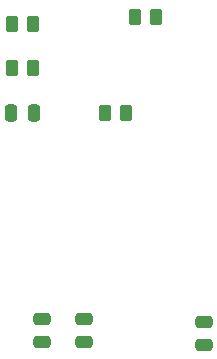
<source format=gbr>
%TF.GenerationSoftware,KiCad,Pcbnew,7.0.10*%
%TF.CreationDate,2024-03-26T13:41:38-05:00*%
%TF.ProjectId,ESP32,45535033-322e-46b6-9963-61645f706362,rev?*%
%TF.SameCoordinates,Original*%
%TF.FileFunction,Paste,Bot*%
%TF.FilePolarity,Positive*%
%FSLAX46Y46*%
G04 Gerber Fmt 4.6, Leading zero omitted, Abs format (unit mm)*
G04 Created by KiCad (PCBNEW 7.0.10) date 2024-03-26 13:41:38*
%MOMM*%
%LPD*%
G01*
G04 APERTURE LIST*
G04 Aperture macros list*
%AMRoundRect*
0 Rectangle with rounded corners*
0 $1 Rounding radius*
0 $2 $3 $4 $5 $6 $7 $8 $9 X,Y pos of 4 corners*
0 Add a 4 corners polygon primitive as box body*
4,1,4,$2,$3,$4,$5,$6,$7,$8,$9,$2,$3,0*
0 Add four circle primitives for the rounded corners*
1,1,$1+$1,$2,$3*
1,1,$1+$1,$4,$5*
1,1,$1+$1,$6,$7*
1,1,$1+$1,$8,$9*
0 Add four rect primitives between the rounded corners*
20,1,$1+$1,$2,$3,$4,$5,0*
20,1,$1+$1,$4,$5,$6,$7,0*
20,1,$1+$1,$6,$7,$8,$9,0*
20,1,$1+$1,$8,$9,$2,$3,0*%
G04 Aperture macros list end*
%ADD10RoundRect,0.250000X-0.262500X-0.450000X0.262500X-0.450000X0.262500X0.450000X-0.262500X0.450000X0*%
%ADD11RoundRect,0.250000X-0.475000X0.250000X-0.475000X-0.250000X0.475000X-0.250000X0.475000X0.250000X0*%
%ADD12RoundRect,0.250000X0.262500X0.450000X-0.262500X0.450000X-0.262500X-0.450000X0.262500X-0.450000X0*%
%ADD13RoundRect,0.250000X0.250000X0.475000X-0.250000X0.475000X-0.250000X-0.475000X0.250000X-0.475000X0*%
G04 APERTURE END LIST*
D10*
%TO.C,R7*%
X96791500Y-97409000D03*
X98616500Y-97409000D03*
%TD*%
%TO.C,R10*%
X88900000Y-89916000D03*
X90725000Y-89916000D03*
%TD*%
D11*
%TO.C,C3*%
X94996000Y-114874000D03*
X94996000Y-116774000D03*
%TD*%
%TO.C,C5*%
X105156000Y-115128000D03*
X105156000Y-117028000D03*
%TD*%
%TO.C,C4*%
X91440000Y-116774000D03*
X91440000Y-114874000D03*
%TD*%
D12*
%TO.C,R11*%
X90742500Y-93599000D03*
X88917500Y-93599000D03*
%TD*%
D13*
%TO.C,C1*%
X90762500Y-97409000D03*
X88862500Y-97409000D03*
%TD*%
D10*
%TO.C,R8*%
X99331500Y-89281000D03*
X101156500Y-89281000D03*
%TD*%
M02*

</source>
